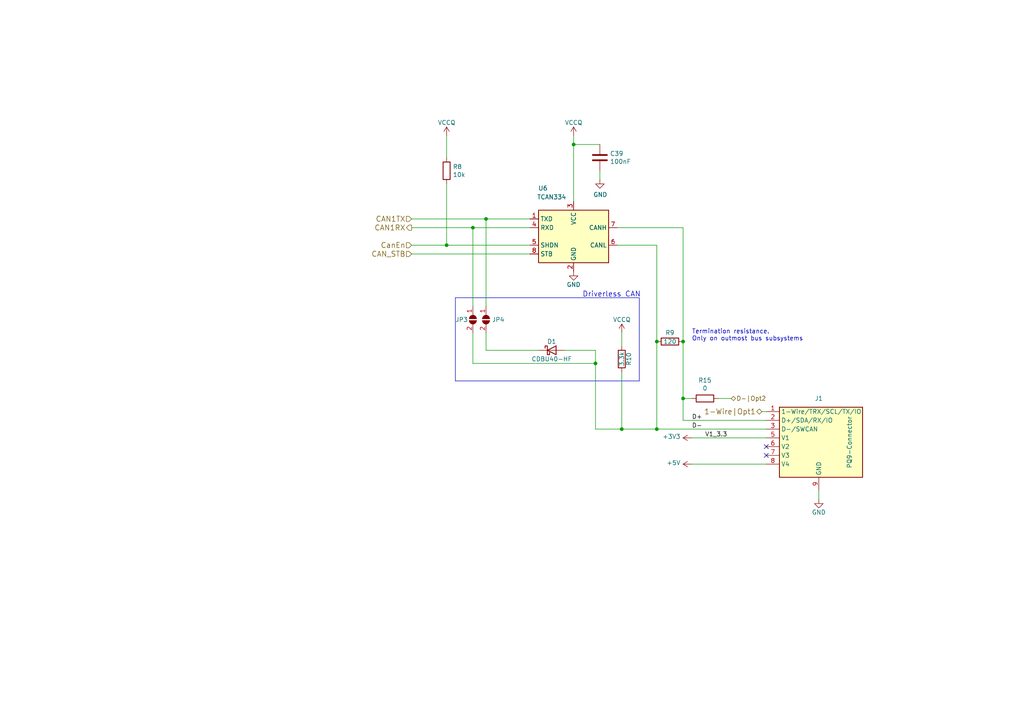
<source format=kicad_sch>
(kicad_sch (version 20230121) (generator eeschema)

  (uuid dfe5d28d-0129-4776-8314-7dd9bac489db)

  (paper "A4")

  (title_block
    (title "PQ9ISH COMMS V/U")
    (date "2022-09-30")
    (rev "${version}")
    (company "Libre Space Foundation")
    (comment 1 " CERN OHLv1.2")
  )

  (lib_symbols
    (symbol "Device:C" (pin_numbers hide) (pin_names (offset 0.254)) (in_bom yes) (on_board yes)
      (property "Reference" "C" (at 0.635 2.54 0)
        (effects (font (size 1.27 1.27)) (justify left))
      )
      (property "Value" "C" (at 0.635 -2.54 0)
        (effects (font (size 1.27 1.27)) (justify left))
      )
      (property "Footprint" "" (at 0.9652 -3.81 0)
        (effects (font (size 1.27 1.27)) hide)
      )
      (property "Datasheet" "~" (at 0 0 0)
        (effects (font (size 1.27 1.27)) hide)
      )
      (property "ki_keywords" "cap capacitor" (at 0 0 0)
        (effects (font (size 1.27 1.27)) hide)
      )
      (property "ki_description" "Unpolarized capacitor" (at 0 0 0)
        (effects (font (size 1.27 1.27)) hide)
      )
      (property "ki_fp_filters" "C_*" (at 0 0 0)
        (effects (font (size 1.27 1.27)) hide)
      )
      (symbol "C_0_1"
        (polyline
          (pts
            (xy -2.032 -0.762)
            (xy 2.032 -0.762)
          )
          (stroke (width 0.508) (type default))
          (fill (type none))
        )
        (polyline
          (pts
            (xy -2.032 0.762)
            (xy 2.032 0.762)
          )
          (stroke (width 0.508) (type default))
          (fill (type none))
        )
      )
      (symbol "C_1_1"
        (pin passive line (at 0 3.81 270) (length 2.794)
          (name "~" (effects (font (size 1.27 1.27))))
          (number "1" (effects (font (size 1.27 1.27))))
        )
        (pin passive line (at 0 -3.81 90) (length 2.794)
          (name "~" (effects (font (size 1.27 1.27))))
          (number "2" (effects (font (size 1.27 1.27))))
        )
      )
    )
    (symbol "Device:R" (pin_numbers hide) (pin_names (offset 0)) (in_bom yes) (on_board yes)
      (property "Reference" "R" (at 2.032 0 90)
        (effects (font (size 1.27 1.27)))
      )
      (property "Value" "R" (at 0 0 90)
        (effects (font (size 1.27 1.27)))
      )
      (property "Footprint" "" (at -1.778 0 90)
        (effects (font (size 1.27 1.27)) hide)
      )
      (property "Datasheet" "~" (at 0 0 0)
        (effects (font (size 1.27 1.27)) hide)
      )
      (property "ki_keywords" "R res resistor" (at 0 0 0)
        (effects (font (size 1.27 1.27)) hide)
      )
      (property "ki_description" "Resistor" (at 0 0 0)
        (effects (font (size 1.27 1.27)) hide)
      )
      (property "ki_fp_filters" "R_*" (at 0 0 0)
        (effects (font (size 1.27 1.27)) hide)
      )
      (symbol "R_0_1"
        (rectangle (start -1.016 -2.54) (end 1.016 2.54)
          (stroke (width 0.254) (type default))
          (fill (type none))
        )
      )
      (symbol "R_1_1"
        (pin passive line (at 0 3.81 270) (length 1.27)
          (name "~" (effects (font (size 1.27 1.27))))
          (number "1" (effects (font (size 1.27 1.27))))
        )
        (pin passive line (at 0 -3.81 90) (length 1.27)
          (name "~" (effects (font (size 1.27 1.27))))
          (number "2" (effects (font (size 1.27 1.27))))
        )
      )
    )
    (symbol "Diode:CDBU40-HF" (pin_numbers hide) (pin_names hide) (in_bom yes) (on_board yes)
      (property "Reference" "D" (at 0 2.54 0)
        (effects (font (size 1.27 1.27)))
      )
      (property "Value" "CDBU40-HF" (at 0 -2.54 0)
        (effects (font (size 1.27 1.27)))
      )
      (property "Footprint" "Diode_SMD:D_0603_1608Metric" (at 0 -4.445 0)
        (effects (font (size 1.27 1.27)) hide)
      )
      (property "Datasheet" "https://www.comchiptech.com/admin/files/product/QW-G1012-CDBU40-HF-RevA321692.pdf" (at 0 0 0)
        (effects (font (size 1.27 1.27)) hide)
      )
      (property "ki_keywords" "diode Schottky" (at 0 0 0)
        (effects (font (size 1.27 1.27)) hide)
      )
      (property "ki_description" "40V 200mA Schottky Barrier Rectifier Diode, 0603" (at 0 0 0)
        (effects (font (size 1.27 1.27)) hide)
      )
      (property "ki_fp_filters" "D*0603*" (at 0 0 0)
        (effects (font (size 1.27 1.27)) hide)
      )
      (symbol "CDBU40-HF_0_1"
        (polyline
          (pts
            (xy 1.27 0)
            (xy -1.27 0)
          )
          (stroke (width 0) (type default))
          (fill (type none))
        )
        (polyline
          (pts
            (xy 1.27 1.27)
            (xy 1.27 -1.27)
            (xy -1.27 0)
            (xy 1.27 1.27)
          )
          (stroke (width 0.254) (type default))
          (fill (type none))
        )
        (polyline
          (pts
            (xy -1.905 0.635)
            (xy -1.905 1.27)
            (xy -1.27 1.27)
            (xy -1.27 -1.27)
            (xy -0.635 -1.27)
            (xy -0.635 -0.635)
          )
          (stroke (width 0.254) (type default))
          (fill (type none))
        )
      )
      (symbol "CDBU40-HF_1_1"
        (pin passive line (at -3.81 0 0) (length 2.54)
          (name "K" (effects (font (size 1.27 1.27))))
          (number "1" (effects (font (size 1.27 1.27))))
        )
        (pin passive line (at 3.81 0 180) (length 2.54)
          (name "A" (effects (font (size 1.27 1.27))))
          (number "2" (effects (font (size 1.27 1.27))))
        )
      )
    )
    (symbol "Interface_CAN_LIN:TCAN334" (in_bom yes) (on_board yes)
      (property "Reference" "U" (at -10.16 8.89 0)
        (effects (font (size 1.27 1.27)) (justify left))
      )
      (property "Value" "TCAN334" (at 2.54 8.89 0)
        (effects (font (size 1.27 1.27)) (justify left))
      )
      (property "Footprint" "" (at 0 -12.7 0)
        (effects (font (size 1.27 1.27) italic) hide)
      )
      (property "Datasheet" "http://www.ti.com/lit/ds/symlink/tcan337.pdf" (at 0 0 0)
        (effects (font (size 1.27 1.27)) hide)
      )
      (property "ki_keywords" "High-Speed CAN Transceiver" (at 0 0 0)
        (effects (font (size 1.27 1.27)) hide)
      )
      (property "ki_description" "High-Speed CAN Transceiver, 1Mbps, 3.3V supply, low power standby mode, shutdown mode, SOT-23-8/SOIC-8" (at 0 0 0)
        (effects (font (size 1.27 1.27)) hide)
      )
      (property "ki_fp_filters" "*TSOT?23* *SOIC*3.9x4.9mm*P1.27mm*" (at 0 0 0)
        (effects (font (size 1.27 1.27)) hide)
      )
      (symbol "TCAN334_0_1"
        (rectangle (start -10.16 7.62) (end 10.16 -7.62)
          (stroke (width 0.254) (type default))
          (fill (type background))
        )
      )
      (symbol "TCAN334_1_1"
        (pin input line (at -12.7 5.08 0) (length 2.54)
          (name "TXD" (effects (font (size 1.27 1.27))))
          (number "1" (effects (font (size 1.27 1.27))))
        )
        (pin power_in line (at 0 -10.16 90) (length 2.54)
          (name "GND" (effects (font (size 1.27 1.27))))
          (number "2" (effects (font (size 1.27 1.27))))
        )
        (pin power_in line (at 0 10.16 270) (length 2.54)
          (name "VCC" (effects (font (size 1.27 1.27))))
          (number "3" (effects (font (size 1.27 1.27))))
        )
        (pin tri_state line (at -12.7 2.54 0) (length 2.54)
          (name "RXD" (effects (font (size 1.27 1.27))))
          (number "4" (effects (font (size 1.27 1.27))))
        )
        (pin input line (at -12.7 -2.54 0) (length 2.54)
          (name "SHDN" (effects (font (size 1.27 1.27))))
          (number "5" (effects (font (size 1.27 1.27))))
        )
        (pin bidirectional line (at 12.7 -2.54 180) (length 2.54)
          (name "CANL" (effects (font (size 1.27 1.27))))
          (number "6" (effects (font (size 1.27 1.27))))
        )
        (pin bidirectional line (at 12.7 2.54 180) (length 2.54)
          (name "CANH" (effects (font (size 1.27 1.27))))
          (number "7" (effects (font (size 1.27 1.27))))
        )
        (pin input line (at -12.7 -5.08 0) (length 2.54)
          (name "STB" (effects (font (size 1.27 1.27))))
          (number "8" (effects (font (size 1.27 1.27))))
        )
      )
    )
    (symbol "Jumper:SolderJumper_2_Open" (pin_names (offset 0) hide) (in_bom yes) (on_board yes)
      (property "Reference" "JP" (at 0 2.032 0)
        (effects (font (size 1.27 1.27)))
      )
      (property "Value" "SolderJumper_2_Open" (at 0 -2.54 0)
        (effects (font (size 1.27 1.27)))
      )
      (property "Footprint" "" (at 0 0 0)
        (effects (font (size 1.27 1.27)) hide)
      )
      (property "Datasheet" "~" (at 0 0 0)
        (effects (font (size 1.27 1.27)) hide)
      )
      (property "ki_keywords" "solder jumper SPST" (at 0 0 0)
        (effects (font (size 1.27 1.27)) hide)
      )
      (property "ki_description" "Solder Jumper, 2-pole, open" (at 0 0 0)
        (effects (font (size 1.27 1.27)) hide)
      )
      (property "ki_fp_filters" "SolderJumper*Open*" (at 0 0 0)
        (effects (font (size 1.27 1.27)) hide)
      )
      (symbol "SolderJumper_2_Open_0_1"
        (arc (start -0.254 1.016) (mid -1.2656 0) (end -0.254 -1.016)
          (stroke (width 0) (type default))
          (fill (type none))
        )
        (arc (start -0.254 1.016) (mid -1.2656 0) (end -0.254 -1.016)
          (stroke (width 0) (type default))
          (fill (type outline))
        )
        (polyline
          (pts
            (xy -0.254 1.016)
            (xy -0.254 -1.016)
          )
          (stroke (width 0) (type default))
          (fill (type none))
        )
        (polyline
          (pts
            (xy 0.254 1.016)
            (xy 0.254 -1.016)
          )
          (stroke (width 0) (type default))
          (fill (type none))
        )
        (arc (start 0.254 -1.016) (mid 1.2656 0) (end 0.254 1.016)
          (stroke (width 0) (type default))
          (fill (type none))
        )
        (arc (start 0.254 -1.016) (mid 1.2656 0) (end 0.254 1.016)
          (stroke (width 0) (type default))
          (fill (type outline))
        )
      )
      (symbol "SolderJumper_2_Open_1_1"
        (pin passive line (at -3.81 0 0) (length 2.54)
          (name "A" (effects (font (size 1.27 1.27))))
          (number "1" (effects (font (size 1.27 1.27))))
        )
        (pin passive line (at 3.81 0 180) (length 2.54)
          (name "B" (effects (font (size 1.27 1.27))))
          (number "2" (effects (font (size 1.27 1.27))))
        )
      )
    )
    (symbol "lsf-kicad:PQ9ISH-Connector" (in_bom yes) (on_board yes)
      (property "Reference" "J" (at -10.16 11.43 0)
        (effects (font (size 1.27 1.27)))
      )
      (property "Value" "PQ9ISH-Connector" (at 3.81 11.43 0)
        (effects (font (size 1.27 1.27)))
      )
      (property "Footprint" "lsf-kicad-lib:PQ9" (at -2.54 -11.43 0)
        (effects (font (size 1.27 1.27)) hide)
      )
      (property "Datasheet" "https://libre.space/pq9ish" (at 15.24 -15.24 0)
        (effects (font (size 1.27 1.27)) hide)
      )
      (property "ki_keywords" "PQ9 pocketcube" (at 0 0 0)
        (effects (font (size 1.27 1.27)) hide)
      )
      (property "ki_description" "Pocket Cube template for PQ9ISH format" (at 0 0 0)
        (effects (font (size 1.27 1.27)) hide)
      )
      (property "ki_fp_filters" "PQ9*" (at 0 0 0)
        (effects (font (size 1.27 1.27)) hide)
      )
      (symbol "PQ9ISH-Connector_0_1"
        (rectangle (start -11.43 10.16) (end 12.7 -10.16)
          (stroke (width 0.254) (type default))
          (fill (type background))
        )
      )
      (symbol "PQ9ISH-Connector_1_1"
        (pin bidirectional line (at -15.24 8.89 0) (length 3.81)
          (name "1-Wire/TRX/SCL/TX/IO" (effects (font (size 1.27 1.27))))
          (number "1" (effects (font (size 1.27 1.27))))
        )
        (pin bidirectional line (at -15.24 6.35 0) (length 3.81)
          (name "D+/SDA/RX/IO" (effects (font (size 1.27 1.27))))
          (number "2" (effects (font (size 1.27 1.27))))
        )
        (pin bidirectional line (at -15.24 3.81 0) (length 3.81)
          (name "D-/SWCAN" (effects (font (size 1.27 1.27))))
          (number "3" (effects (font (size 1.27 1.27))))
        )
        (pin passive line (at 0 -13.97 90) (length 3.81) hide
          (name "GND" (effects (font (size 1.27 1.27))))
          (number "4" (effects (font (size 1.27 1.27))))
        )
        (pin power_out line (at -15.24 1.27 0) (length 3.81)
          (name "V1" (effects (font (size 1.27 1.27))))
          (number "5" (effects (font (size 1.27 1.27))))
        )
        (pin power_out line (at -15.24 -1.27 0) (length 3.81)
          (name "V2" (effects (font (size 1.27 1.27))))
          (number "6" (effects (font (size 1.27 1.27))))
        )
        (pin power_out line (at -15.24 -3.81 0) (length 3.81)
          (name "V3" (effects (font (size 1.27 1.27))))
          (number "7" (effects (font (size 1.27 1.27))))
        )
        (pin power_out line (at -15.24 -6.35 0) (length 3.81)
          (name "V4" (effects (font (size 1.27 1.27))))
          (number "8" (effects (font (size 1.27 1.27))))
        )
        (pin power_in line (at 0 -13.97 90) (length 3.81)
          (name "GND" (effects (font (size 1.27 1.27))))
          (number "9" (effects (font (size 1.27 1.27))))
        )
      )
    )
    (symbol "power:+3.3V" (power) (pin_names (offset 0)) (in_bom yes) (on_board yes)
      (property "Reference" "#PWR" (at 0 -3.81 0)
        (effects (font (size 1.27 1.27)) hide)
      )
      (property "Value" "+3.3V" (at 0 3.556 0)
        (effects (font (size 1.27 1.27)))
      )
      (property "Footprint" "" (at 0 0 0)
        (effects (font (size 1.27 1.27)) hide)
      )
      (property "Datasheet" "" (at 0 0 0)
        (effects (font (size 1.27 1.27)) hide)
      )
      (property "ki_keywords" "power-flag" (at 0 0 0)
        (effects (font (size 1.27 1.27)) hide)
      )
      (property "ki_description" "Power symbol creates a global label with name \"+3.3V\"" (at 0 0 0)
        (effects (font (size 1.27 1.27)) hide)
      )
      (symbol "+3.3V_0_1"
        (polyline
          (pts
            (xy -0.762 1.27)
            (xy 0 2.54)
          )
          (stroke (width 0) (type default))
          (fill (type none))
        )
        (polyline
          (pts
            (xy 0 0)
            (xy 0 2.54)
          )
          (stroke (width 0) (type default))
          (fill (type none))
        )
        (polyline
          (pts
            (xy 0 2.54)
            (xy 0.762 1.27)
          )
          (stroke (width 0) (type default))
          (fill (type none))
        )
      )
      (symbol "+3.3V_1_1"
        (pin power_in line (at 0 0 90) (length 0) hide
          (name "+3V3" (effects (font (size 1.27 1.27))))
          (number "1" (effects (font (size 1.27 1.27))))
        )
      )
    )
    (symbol "power:+5V" (power) (pin_names (offset 0)) (in_bom yes) (on_board yes)
      (property "Reference" "#PWR" (at 0 -3.81 0)
        (effects (font (size 1.27 1.27)) hide)
      )
      (property "Value" "+5V" (at 0 3.556 0)
        (effects (font (size 1.27 1.27)))
      )
      (property "Footprint" "" (at 0 0 0)
        (effects (font (size 1.27 1.27)) hide)
      )
      (property "Datasheet" "" (at 0 0 0)
        (effects (font (size 1.27 1.27)) hide)
      )
      (property "ki_keywords" "power-flag" (at 0 0 0)
        (effects (font (size 1.27 1.27)) hide)
      )
      (property "ki_description" "Power symbol creates a global label with name \"+5V\"" (at 0 0 0)
        (effects (font (size 1.27 1.27)) hide)
      )
      (symbol "+5V_0_1"
        (polyline
          (pts
            (xy -0.762 1.27)
            (xy 0 2.54)
          )
          (stroke (width 0) (type default))
          (fill (type none))
        )
        (polyline
          (pts
            (xy 0 0)
            (xy 0 2.54)
          )
          (stroke (width 0) (type default))
          (fill (type none))
        )
        (polyline
          (pts
            (xy 0 2.54)
            (xy 0.762 1.27)
          )
          (stroke (width 0) (type default))
          (fill (type none))
        )
      )
      (symbol "+5V_1_1"
        (pin power_in line (at 0 0 90) (length 0) hide
          (name "+5V" (effects (font (size 1.27 1.27))))
          (number "1" (effects (font (size 1.27 1.27))))
        )
      )
    )
    (symbol "power:GND" (power) (pin_names (offset 0)) (in_bom yes) (on_board yes)
      (property "Reference" "#PWR" (at 0 -6.35 0)
        (effects (font (size 1.27 1.27)) hide)
      )
      (property "Value" "GND" (at 0 -3.81 0)
        (effects (font (size 1.27 1.27)))
      )
      (property "Footprint" "" (at 0 0 0)
        (effects (font (size 1.27 1.27)) hide)
      )
      (property "Datasheet" "" (at 0 0 0)
        (effects (font (size 1.27 1.27)) hide)
      )
      (property "ki_keywords" "power-flag" (at 0 0 0)
        (effects (font (size 1.27 1.27)) hide)
      )
      (property "ki_description" "Power symbol creates a global label with name \"GND\" , ground" (at 0 0 0)
        (effects (font (size 1.27 1.27)) hide)
      )
      (symbol "GND_0_1"
        (polyline
          (pts
            (xy 0 0)
            (xy 0 -1.27)
            (xy 1.27 -1.27)
            (xy 0 -2.54)
            (xy -1.27 -1.27)
            (xy 0 -1.27)
          )
          (stroke (width 0) (type default))
          (fill (type none))
        )
      )
      (symbol "GND_1_1"
        (pin power_in line (at 0 0 270) (length 0) hide
          (name "GND" (effects (font (size 1.27 1.27))))
          (number "1" (effects (font (size 1.27 1.27))))
        )
      )
    )
    (symbol "power:VCCQ" (power) (pin_names (offset 0)) (in_bom yes) (on_board yes)
      (property "Reference" "#PWR" (at 0 -3.81 0)
        (effects (font (size 1.27 1.27)) hide)
      )
      (property "Value" "VCCQ" (at 0 3.81 0)
        (effects (font (size 1.27 1.27)))
      )
      (property "Footprint" "" (at 0 0 0)
        (effects (font (size 1.27 1.27)) hide)
      )
      (property "Datasheet" "" (at 0 0 0)
        (effects (font (size 1.27 1.27)) hide)
      )
      (property "ki_keywords" "power-flag" (at 0 0 0)
        (effects (font (size 1.27 1.27)) hide)
      )
      (property "ki_description" "Power symbol creates a global label with name \"VCCQ\"" (at 0 0 0)
        (effects (font (size 1.27 1.27)) hide)
      )
      (symbol "VCCQ_0_1"
        (polyline
          (pts
            (xy -0.762 1.27)
            (xy 0 2.54)
          )
          (stroke (width 0) (type default))
          (fill (type none))
        )
        (polyline
          (pts
            (xy 0 0)
            (xy 0 2.54)
          )
          (stroke (width 0) (type default))
          (fill (type none))
        )
        (polyline
          (pts
            (xy 0 2.54)
            (xy 0.762 1.27)
          )
          (stroke (width 0) (type default))
          (fill (type none))
        )
      )
      (symbol "VCCQ_1_1"
        (pin power_in line (at 0 0 90) (length 0) hide
          (name "VCCQ" (effects (font (size 1.27 1.27))))
          (number "1" (effects (font (size 1.27 1.27))))
        )
      )
    )
  )

  (junction (at 198.12 115.57) (diameter 0) (color 0 0 0 0)
    (uuid 08ffa6d9-5e44-40e7-9749-f59043565cd0)
  )
  (junction (at 190.5 99.06) (diameter 0) (color 0 0 0 0)
    (uuid 13fc1f9f-0d79-42aa-881c-41474cd34a67)
  )
  (junction (at 166.37 41.91) (diameter 0) (color 0 0 0 0)
    (uuid 1af71931-2836-499b-8f5d-f5664fffd9ce)
  )
  (junction (at 180.34 124.46) (diameter 0) (color 0 0 0 0)
    (uuid 1cc89d4d-33e8-4c4b-8fb4-d7a942988659)
  )
  (junction (at 140.97 63.5) (diameter 0) (color 0 0 0 0)
    (uuid 37e89cc5-8d53-451d-86a1-32452ed154e3)
  )
  (junction (at 172.72 105.41) (diameter 0) (color 0 0 0 0)
    (uuid bebee2c4-91b1-4371-8561-98a2e612243d)
  )
  (junction (at 198.12 99.06) (diameter 0) (color 0 0 0 0)
    (uuid ca19a4f6-6993-4f83-b47e-8b1191622b81)
  )
  (junction (at 190.5 124.46) (diameter 0) (color 0 0 0 0)
    (uuid f69a8976-766b-42ba-877f-cbeb447486fe)
  )
  (junction (at 137.16 66.04) (diameter 0) (color 0 0 0 0)
    (uuid f74cffc4-6847-4b0d-99ce-48bfdb543832)
  )
  (junction (at 129.54 71.12) (diameter 0) (color 0 0 0 0)
    (uuid fac1fde8-9d16-4a35-ab7d-3bb540628b38)
  )

  (no_connect (at 222.25 129.54) (uuid 12acf62f-b507-4754-9d2c-af2cbe9d2877))
  (no_connect (at 222.25 132.08) (uuid 9ff720c3-3955-4728-863a-85c3af0f8d1c))

  (wire (pts (xy 137.16 96.52) (xy 137.16 105.41))
    (stroke (width 0) (type default))
    (uuid 095d0472-1251-44a7-8606-df803e265b46)
  )
  (wire (pts (xy 179.07 66.04) (xy 198.12 66.04))
    (stroke (width 0) (type default))
    (uuid 10d4af41-30b9-4c35-af99-c927db3c2099)
  )
  (wire (pts (xy 200.66 127) (xy 222.25 127))
    (stroke (width 0) (type default))
    (uuid 19aa049c-6d0d-4bc3-bcde-fb865e27757a)
  )
  (wire (pts (xy 129.54 45.72) (xy 129.54 39.37))
    (stroke (width 0) (type default))
    (uuid 23ca412f-8cbe-4d4e-92f4-fab2c5fe6a41)
  )
  (polyline (pts (xy 132.08 86.36) (xy 185.42 86.36))
    (stroke (width 0) (type default))
    (uuid 2e510882-c33f-4550-80c1-d5b82ba2f41b)
  )

  (wire (pts (xy 198.12 115.57) (xy 198.12 121.92))
    (stroke (width 0) (type default))
    (uuid 3534e1ec-1374-409e-b591-24be5ed58529)
  )
  (wire (pts (xy 173.99 52.07) (xy 173.99 49.53))
    (stroke (width 0) (type default))
    (uuid 388a30b2-10c5-4cd4-a612-4fa485ceb6c0)
  )
  (polyline (pts (xy 132.08 110.49) (xy 132.08 86.36))
    (stroke (width 0) (type default))
    (uuid 39e4322c-643f-4adc-9041-9e0971a7506b)
  )

  (wire (pts (xy 119.38 71.12) (xy 129.54 71.12))
    (stroke (width 0) (type default))
    (uuid 3fb5e4ba-e8bf-478a-8c11-4c3fbeb16af2)
  )
  (wire (pts (xy 198.12 121.92) (xy 222.25 121.92))
    (stroke (width 0) (type default))
    (uuid 3ff07d1c-7a6c-4a81-a723-c2f59707d1bc)
  )
  (wire (pts (xy 179.07 71.12) (xy 190.5 71.12))
    (stroke (width 0) (type default))
    (uuid 405c6e36-b9bf-40f2-8f3a-5d8b5cc6d5d1)
  )
  (wire (pts (xy 137.16 66.04) (xy 137.16 88.9))
    (stroke (width 0) (type default))
    (uuid 4649cb4c-ce5c-4b34-91bc-44578b526d9d)
  )
  (wire (pts (xy 140.97 101.6) (xy 140.97 96.52))
    (stroke (width 0) (type default))
    (uuid 5002e4a4-3a7b-4d19-887c-d4c50abfa14a)
  )
  (wire (pts (xy 172.72 101.6) (xy 172.72 105.41))
    (stroke (width 0) (type default))
    (uuid 50051aed-8a99-4c07-b110-45c23eaf4b0a)
  )
  (wire (pts (xy 180.34 107.95) (xy 180.34 124.46))
    (stroke (width 0) (type default))
    (uuid 55a11abf-17fc-46e6-937b-7aa09a058edc)
  )
  (wire (pts (xy 173.99 41.91) (xy 166.37 41.91))
    (stroke (width 0) (type default))
    (uuid 5b8802d5-258e-47d9-890c-2e7b2f045867)
  )
  (wire (pts (xy 119.38 73.66) (xy 153.67 73.66))
    (stroke (width 0) (type default))
    (uuid 712d22c9-cbbc-4aba-9cef-86920a5ffb30)
  )
  (wire (pts (xy 190.5 99.06) (xy 190.5 124.46))
    (stroke (width 0) (type default))
    (uuid 7246ba6d-e877-4b12-9fcc-5d3bf873cd07)
  )
  (polyline (pts (xy 185.42 86.36) (xy 185.42 110.49))
    (stroke (width 0) (type default))
    (uuid 754059de-319a-406e-89aa-e7a5f2bbd9c8)
  )

  (wire (pts (xy 212.09 115.57) (xy 208.28 115.57))
    (stroke (width 0) (type default))
    (uuid 78bebfce-c936-44d2-b188-ab28867cb829)
  )
  (wire (pts (xy 190.5 71.12) (xy 190.5 99.06))
    (stroke (width 0) (type default))
    (uuid 7c63c872-9984-412b-812d-b06090abeb8d)
  )
  (wire (pts (xy 198.12 99.06) (xy 198.12 115.57))
    (stroke (width 0) (type default))
    (uuid 804ed24b-2be1-48e3-9745-84592ee3c238)
  )
  (wire (pts (xy 140.97 88.9) (xy 140.97 63.5))
    (stroke (width 0) (type default))
    (uuid 89dbffd0-83bb-4448-b26b-ea3f04be16bb)
  )
  (wire (pts (xy 140.97 63.5) (xy 153.67 63.5))
    (stroke (width 0) (type default))
    (uuid 97122e66-73fa-4a08-9659-3ce5930c0744)
  )
  (wire (pts (xy 190.5 124.46) (xy 222.25 124.46))
    (stroke (width 0) (type default))
    (uuid 992f2b85-7ff4-4452-b447-f099ba96aedc)
  )
  (wire (pts (xy 200.66 115.57) (xy 198.12 115.57))
    (stroke (width 0) (type default))
    (uuid 99a20842-cb30-4bd0-8281-aa7fe66cec3f)
  )
  (wire (pts (xy 200.66 134.62) (xy 222.25 134.62))
    (stroke (width 0) (type default))
    (uuid aefc0e34-ded1-45b2-a7b4-98f7c15ab88b)
  )
  (wire (pts (xy 129.54 71.12) (xy 153.67 71.12))
    (stroke (width 0) (type default))
    (uuid b837aa94-a0a2-409a-a571-f1bd0940fcd4)
  )
  (wire (pts (xy 180.34 124.46) (xy 190.5 124.46))
    (stroke (width 0) (type default))
    (uuid b89a806d-0dfc-4032-9385-60851bb390c0)
  )
  (wire (pts (xy 137.16 66.04) (xy 153.67 66.04))
    (stroke (width 0) (type default))
    (uuid c2c7cdd9-a019-4183-8950-0dd0d38535e8)
  )
  (wire (pts (xy 180.34 96.52) (xy 180.34 100.33))
    (stroke (width 0) (type default))
    (uuid c2e473a8-49ce-424f-a82a-3e98c2db6b97)
  )
  (wire (pts (xy 237.49 144.78) (xy 237.49 142.24))
    (stroke (width 0) (type default))
    (uuid c333c9b2-3812-4dcf-a911-bc48f60d279e)
  )
  (wire (pts (xy 119.38 66.04) (xy 137.16 66.04))
    (stroke (width 0) (type default))
    (uuid c440039e-fa53-4bb9-836b-39b4d6162957)
  )
  (wire (pts (xy 137.16 105.41) (xy 172.72 105.41))
    (stroke (width 0) (type default))
    (uuid c4fddacf-d331-4eaf-b9e9-7264de2f1c91)
  )
  (wire (pts (xy 220.98 119.38) (xy 222.25 119.38))
    (stroke (width 0) (type default))
    (uuid c531cc82-817b-4bdc-8cbe-5af1ed0ca86c)
  )
  (wire (pts (xy 166.37 41.91) (xy 166.37 58.42))
    (stroke (width 0) (type default))
    (uuid cd1987e2-d9f5-496a-9fb5-93ebb07093b3)
  )
  (wire (pts (xy 198.12 66.04) (xy 198.12 99.06))
    (stroke (width 0) (type default))
    (uuid d3212044-db8b-4a7d-adb4-517ec6d6a756)
  )
  (wire (pts (xy 156.21 101.6) (xy 140.97 101.6))
    (stroke (width 0) (type default))
    (uuid d4579097-81fa-4fe4-b9d6-229915a175fd)
  )
  (wire (pts (xy 172.72 105.41) (xy 172.72 124.46))
    (stroke (width 0) (type default))
    (uuid d5c06f63-27cf-4b8f-94fb-b29554275860)
  )
  (wire (pts (xy 163.83 101.6) (xy 172.72 101.6))
    (stroke (width 0) (type default))
    (uuid d76e7028-4e96-45ea-be24-adcc07a25225)
  )
  (polyline (pts (xy 185.42 110.49) (xy 132.08 110.49))
    (stroke (width 0) (type default))
    (uuid de1393f8-7c82-42dd-a707-3cd8726b2b47)
  )

  (wire (pts (xy 129.54 71.12) (xy 129.54 53.34))
    (stroke (width 0) (type default))
    (uuid de619d92-a3c6-4574-b601-f950b8effb4e)
  )
  (wire (pts (xy 166.37 39.37) (xy 166.37 41.91))
    (stroke (width 0) (type default))
    (uuid e7f8552d-97e6-4f5c-8b3a-61e0f7b77b3b)
  )
  (wire (pts (xy 119.38 63.5) (xy 140.97 63.5))
    (stroke (width 0) (type default))
    (uuid e8e8199a-010d-4b0e-bb31-10adca1fd26a)
  )
  (wire (pts (xy 172.72 124.46) (xy 180.34 124.46))
    (stroke (width 0) (type default))
    (uuid e9d6d50e-d7a6-4dc8-bf1d-53a8a1345852)
  )

  (text "Driverless CAN" (at 168.91 86.36 0)
    (effects (font (size 1.524 1.524)) (justify left bottom))
    (uuid a01debd7-4597-4df7-af77-91038b703791)
  )
  (text "Termination resistance.\nOnly on outmost bus subsystems"
    (at 200.66 99.06 0)
    (effects (font (size 1.27 1.27)) (justify left bottom))
    (uuid a14a7b3e-8251-4138-a5f1-c4f928d378b3)
  )

  (label "D-" (at 200.66 124.46 0) (fields_autoplaced)
    (effects (font (size 1.27 1.27)) (justify left bottom))
    (uuid 3f2e007e-0ae2-40c3-b317-7e4c6b1c4f0c)
  )
  (label "V1_3.3" (at 204.47 127 0) (fields_autoplaced)
    (effects (font (size 1.27 1.27)) (justify left bottom))
    (uuid 93b2b595-77e5-4e1c-9f56-383d1aef6305)
  )
  (label "D+" (at 200.66 121.92 0) (fields_autoplaced)
    (effects (font (size 1.27 1.27)) (justify left bottom))
    (uuid ab033969-a531-464b-8aad-437359a37e9a)
  )

  (hierarchical_label "CAN1TX" (shape input) (at 119.38 63.5 180) (fields_autoplaced)
    (effects (font (size 1.524 1.524)) (justify right))
    (uuid 5d22b85b-0c2e-4dd2-9f3b-1a2ac284b807)
  )
  (hierarchical_label "1-Wire|Opt1" (shape bidirectional) (at 220.98 119.38 180) (fields_autoplaced)
    (effects (font (size 1.524 1.524)) (justify right))
    (uuid 68e25a82-1a08-4a93-a4cc-b6f38daed14b)
  )
  (hierarchical_label "CAN_STB" (shape input) (at 119.38 73.66 180) (fields_autoplaced)
    (effects (font (size 1.524 1.524)) (justify right))
    (uuid 72a40f91-a0fd-4772-8db4-e9938970d0b0)
  )
  (hierarchical_label "CanEn" (shape input) (at 119.38 71.12 180) (fields_autoplaced)
    (effects (font (size 1.524 1.524)) (justify right))
    (uuid 9a089686-2faa-40af-8381-0f80f566d0bf)
  )
  (hierarchical_label "CAN1RX" (shape output) (at 119.38 66.04 180) (fields_autoplaced)
    (effects (font (size 1.524 1.524)) (justify right))
    (uuid baa09482-b659-451f-b314-600b2b26acf6)
  )
  (hierarchical_label "D-|Opt2" (shape bidirectional) (at 212.09 115.57 0) (fields_autoplaced)
    (effects (font (size 1.27 1.27)) (justify left))
    (uuid c9c658ea-3f94-4409-a1b6-6251f471516d)
  )

  (symbol (lib_id "lsf-kicad:PQ9ISH-Connector") (at 237.49 128.27 0) (unit 1)
    (in_bom yes) (on_board yes) (dnp no)
    (uuid 00000000-0000-0000-0000-00005a2897bb)
    (property "Reference" "J1" (at 237.49 115.57 0)
      (effects (font (size 1.27 1.27)))
    )
    (property "Value" "PQ9-Connector" (at 246.38 128.27 90)
      (effects (font (size 1.27 1.27)))
    )
    (property "Footprint" "Connector_PinSocket_2.00mm:PinSocket_1x09_P2.00mm_Vertical" (at 237.49 128.27 0)
      (effects (font (size 1.27 1.27)) hide)
    )
    (property "Datasheet" "" (at 237.49 128.27 0)
      (effects (font (size 1.27 1.27)) hide)
    )
    (property "Part Number" "SQT-109-03-LS" (at 237.49 128.27 0)
      (effects (font (size 1.27 1.27)) hide)
    )
    (pin "1" (uuid 6f41a2be-aa89-4155-b600-cbc4479c900f))
    (pin "2" (uuid 1194eca0-ca77-438e-91e5-dcc0bef9232f))
    (pin "3" (uuid 767ecc82-9c6d-43ae-9d7a-8113a280144b))
    (pin "4" (uuid 2e33d52b-af16-4940-80bf-0925f9ee501a))
    (pin "5" (uuid 75baadd2-9b14-4294-814b-b0e4becc7f0e))
    (pin "6" (uuid 521b32b7-435d-406a-b650-6a253f604737))
    (pin "7" (uuid 0da950cf-6c11-48c7-b700-66a01c86a2c1))
    (pin "8" (uuid 59a8f46f-efbb-45a9-9a80-1e94d3f58c17))
    (pin "9" (uuid 5fb3f9fc-d534-4763-aa2e-6e650eca9cc0))
    (instances
      (project "NEW_PCB_ADCS"
        (path "/42c40d7d-71af-4ce9-bac9-d638f259c957/00000000-0000-0000-0000-00005a289551"
          (reference "J1") (unit 1)
        )
      )
      (project "pq9ish-main-hw"
        (path "/619b49ed-1bcd-4c84-8c0f-98372f01728f/00000000-0000-0000-0000-00005a289551"
          (reference "J1") (unit 1)
        )
      )
    )
  )

  (symbol (lib_id "power:GND") (at 237.49 144.78 0) (unit 1)
    (in_bom yes) (on_board yes) (dnp no)
    (uuid 00000000-0000-0000-0000-00005a289804)
    (property "Reference" "#PWR038" (at 237.49 151.13 0)
      (effects (font (size 1.27 1.27)) hide)
    )
    (property "Value" "GND" (at 237.49 148.59 0)
      (effects (font (size 1.27 1.27)))
    )
    (property "Footprint" "" (at 237.49 144.78 0)
      (effects (font (size 1.27 1.27)) hide)
    )
    (property "Datasheet" "" (at 237.49 144.78 0)
      (effects (font (size 1.27 1.27)) hide)
    )
    (pin "1" (uuid d60e1013-f31c-44b4-81b7-bd40274f686b))
    (instances
      (project "NEW_PCB_ADCS"
        (path "/42c40d7d-71af-4ce9-bac9-d638f259c957/00000000-0000-0000-0000-00005a289551"
          (reference "#PWR038") (unit 1)
        )
      )
      (project "pq9ish-main-hw"
        (path "/619b49ed-1bcd-4c84-8c0f-98372f01728f/00000000-0000-0000-0000-00005a289551"
          (reference "#PWR038") (unit 1)
        )
      )
    )
  )

  (symbol (lib_id "power:GND") (at 166.37 78.74 0) (unit 1)
    (in_bom yes) (on_board yes) (dnp no)
    (uuid 00000000-0000-0000-0000-00005a7b673e)
    (property "Reference" "#PWR039" (at 166.37 85.09 0)
      (effects (font (size 1.27 1.27)) hide)
    )
    (property "Value" "GND" (at 166.37 82.55 0)
      (effects (font (size 1.27 1.27)))
    )
    (property "Footprint" "" (at 166.37 78.74 0)
      (effects (font (size 1.27 1.27)) hide)
    )
    (property "Datasheet" "" (at 166.37 78.74 0)
      (effects (font (size 1.27 1.27)) hide)
    )
    (pin "1" (uuid 33af68cb-f3fe-45d8-9b4a-28954532d880))
    (instances
      (project "NEW_PCB_ADCS"
        (path "/42c40d7d-71af-4ce9-bac9-d638f259c957/00000000-0000-0000-0000-00005a289551"
          (reference "#PWR039") (unit 1)
        )
      )
      (project "pq9ish-main-hw"
        (path "/619b49ed-1bcd-4c84-8c0f-98372f01728f/00000000-0000-0000-0000-00005a289551"
          (reference "#PWR039") (unit 1)
        )
      )
    )
  )

  (symbol (lib_id "Diode:CDBU40-HF") (at 160.02 101.6 0) (unit 1)
    (in_bom yes) (on_board yes) (dnp no)
    (uuid 00000000-0000-0000-0000-00005a7bb63e)
    (property "Reference" "D1" (at 160.02 99.06 0)
      (effects (font (size 1.27 1.27)))
    )
    (property "Value" "CDBU40-HF" (at 160.02 104.14 0)
      (effects (font (size 1.27 1.27)))
    )
    (property "Footprint" "Diode_SMD:D_0603_1608Metric" (at 160.02 106.045 0)
      (effects (font (size 1.27 1.27)) hide)
    )
    (property "Datasheet" "https://www.comchiptech.com/admin/files/product/QW-G1012-CDBU40-HF-RevA321692.pdf" (at 160.02 101.6 0)
      (effects (font (size 1.27 1.27)) hide)
    )
    (property "Part Number" "CDBU40-HF" (at 0 203.2 0)
      (effects (font (size 1.27 1.27)) hide)
    )
    (property "Variant" "SingleCAN" (at 160.02 101.6 0)
      (effects (font (size 1.27 1.27)) hide)
    )
    (pin "1" (uuid 1a18f860-586a-4f14-9346-2a8fd62cc432))
    (pin "2" (uuid 1ec03573-5f53-4955-82c9-174a45fbf1b9))
    (instances
      (project "NEW_PCB_ADCS"
        (path "/42c40d7d-71af-4ce9-bac9-d638f259c957/00000000-0000-0000-0000-00005a289551"
          (reference "D1") (unit 1)
        )
      )
      (project "pq9ish-main-hw"
        (path "/619b49ed-1bcd-4c84-8c0f-98372f01728f/00000000-0000-0000-0000-00005a289551"
          (reference "D1") (unit 1)
        )
      )
    )
  )

  (symbol (lib_id "Jumper:SolderJumper_2_Open") (at 140.97 92.71 270) (unit 1)
    (in_bom no) (on_board yes) (dnp no)
    (uuid 00000000-0000-0000-0000-00005a7bb9dd)
    (property "Reference" "JP4" (at 142.6972 92.71 90)
      (effects (font (size 1.27 1.27)) (justify left))
    )
    (property "Value" "SolderJumper_2_Open" (at 142.6972 93.853 90)
      (effects (font (size 1.27 1.27)) (justify left) hide)
    )
    (property "Footprint" "Jumper:SolderJumper-2_P1.3mm_Open_Pad1.0x1.5mm" (at 140.97 90.932 90)
      (effects (font (size 1.27 1.27)) hide)
    )
    (property "Datasheet" "~" (at 140.97 92.71 0)
      (effects (font (size 1.27 1.27)) hide)
    )
    (pin "1" (uuid dbafeb5e-e9d3-4a3d-84a1-f59f341e7952))
    (pin "2" (uuid d5c77eb7-d82d-441f-91ef-5f87b5eb65c1))
    (instances
      (project "NEW_PCB_ADCS"
        (path "/42c40d7d-71af-4ce9-bac9-d638f259c957/00000000-0000-0000-0000-00005a289551"
          (reference "JP4") (unit 1)
        )
      )
      (project "pq9ish-main-hw"
        (path "/619b49ed-1bcd-4c84-8c0f-98372f01728f/00000000-0000-0000-0000-00005a289551"
          (reference "JP4") (unit 1)
        )
      )
    )
  )

  (symbol (lib_id "Jumper:SolderJumper_2_Open") (at 137.16 92.71 270) (unit 1)
    (in_bom no) (on_board yes) (dnp no)
    (uuid 00000000-0000-0000-0000-00005a7bba5a)
    (property "Reference" "JP3" (at 132.08 92.71 90)
      (effects (font (size 1.27 1.27)) (justify left))
    )
    (property "Value" "SolderJumper_2_Open" (at 138.8872 93.853 90)
      (effects (font (size 1.27 1.27)) (justify left) hide)
    )
    (property "Footprint" "Jumper:SolderJumper-2_P1.3mm_Open_Pad1.0x1.5mm" (at 137.16 90.932 90)
      (effects (font (size 1.27 1.27)) hide)
    )
    (property "Datasheet" "~" (at 137.16 92.71 0)
      (effects (font (size 1.27 1.27)) hide)
    )
    (pin "1" (uuid 0dad910c-0bbf-4291-abee-cbea2960db2c))
    (pin "2" (uuid 733be8f1-198e-42cc-b60b-7da5280a5d73))
    (instances
      (project "NEW_PCB_ADCS"
        (path "/42c40d7d-71af-4ce9-bac9-d638f259c957/00000000-0000-0000-0000-00005a289551"
          (reference "JP3") (unit 1)
        )
      )
      (project "pq9ish-main-hw"
        (path "/619b49ed-1bcd-4c84-8c0f-98372f01728f/00000000-0000-0000-0000-00005a289551"
          (reference "JP3") (unit 1)
        )
      )
    )
  )

  (symbol (lib_id "Device:R") (at 180.34 104.14 0) (unit 1)
    (in_bom yes) (on_board yes) (dnp no)
    (uuid 00000000-0000-0000-0000-00005a7be651)
    (property "Reference" "R10" (at 182.372 104.14 90)
      (effects (font (size 1.27 1.27)))
    )
    (property "Value" "3.3k" (at 180.34 104.14 90)
      (effects (font (size 1.27 1.27)))
    )
    (property "Footprint" "Resistor_SMD:R_0603_1608Metric_Pad1.05x0.95mm_HandSolder" (at 178.562 104.14 90)
      (effects (font (size 1.27 1.27)) hide)
    )
    (property "Datasheet" "" (at 180.34 104.14 0)
      (effects (font (size 1.27 1.27)) hide)
    )
    (property "Part Number" "MCT06030C3301FP500" (at 0 208.28 0)
      (effects (font (size 1.27 1.27)) hide)
    )
    (property "Variant" "SingleCAN" (at 180.34 104.14 90)
      (effects (font (size 1.27 1.27)) hide)
    )
    (pin "1" (uuid 2a790010-b4f0-43c8-b823-17051303debd))
    (pin "2" (uuid 4da910b9-0d90-4895-966c-e67d6e87050b))
    (instances
      (project "NEW_PCB_ADCS"
        (path "/42c40d7d-71af-4ce9-bac9-d638f259c957/00000000-0000-0000-0000-00005a289551"
          (reference "R10") (unit 1)
        )
      )
      (project "pq9ish-main-hw"
        (path "/619b49ed-1bcd-4c84-8c0f-98372f01728f/00000000-0000-0000-0000-00005a289551"
          (reference "R10") (unit 1)
        )
      )
    )
  )

  (symbol (lib_id "power:VCCQ") (at 166.37 39.37 0) (unit 1)
    (in_bom yes) (on_board yes) (dnp no)
    (uuid 00000000-0000-0000-0000-00005a876e7f)
    (property "Reference" "#PWR046" (at 166.37 43.18 0)
      (effects (font (size 1.27 1.27)) hide)
    )
    (property "Value" "VCCQ" (at 166.37 35.56 0)
      (effects (font (size 1.27 1.27)))
    )
    (property "Footprint" "" (at 166.37 39.37 0)
      (effects (font (size 1.27 1.27)) hide)
    )
    (property "Datasheet" "" (at 166.37 39.37 0)
      (effects (font (size 1.27 1.27)) hide)
    )
    (pin "1" (uuid 44764ebe-945a-44c2-a16b-f9b6874a3a4d))
    (instances
      (project "NEW_PCB_ADCS"
        (path "/42c40d7d-71af-4ce9-bac9-d638f259c957/00000000-0000-0000-0000-00005a289551"
          (reference "#PWR046") (unit 1)
        )
      )
      (project "pq9ish-main-hw"
        (path "/619b49ed-1bcd-4c84-8c0f-98372f01728f/00000000-0000-0000-0000-00005a289551"
          (reference "#PWR046") (unit 1)
        )
      )
    )
  )

  (symbol (lib_id "power:VCCQ") (at 180.34 96.52 0) (unit 1)
    (in_bom yes) (on_board yes) (dnp no)
    (uuid 00000000-0000-0000-0000-00005a876e9a)
    (property "Reference" "#PWR047" (at 180.34 100.33 0)
      (effects (font (size 1.27 1.27)) hide)
    )
    (property "Value" "VCCQ" (at 180.34 92.71 0)
      (effects (font (size 1.27 1.27)))
    )
    (property "Footprint" "" (at 180.34 96.52 0)
      (effects (font (size 1.27 1.27)) hide)
    )
    (property "Datasheet" "" (at 180.34 96.52 0)
      (effects (font (size 1.27 1.27)) hide)
    )
    (pin "1" (uuid 5d551851-c560-4685-b83e-fe836ceff803))
    (instances
      (project "NEW_PCB_ADCS"
        (path "/42c40d7d-71af-4ce9-bac9-d638f259c957/00000000-0000-0000-0000-00005a289551"
          (reference "#PWR047") (unit 1)
        )
      )
      (project "pq9ish-main-hw"
        (path "/619b49ed-1bcd-4c84-8c0f-98372f01728f/00000000-0000-0000-0000-00005a289551"
          (reference "#PWR047") (unit 1)
        )
      )
    )
  )

  (symbol (lib_id "Device:R") (at 194.31 99.06 270) (unit 1)
    (in_bom yes) (on_board yes) (dnp no)
    (uuid 00000000-0000-0000-0000-00005a96c4bc)
    (property "Reference" "R9" (at 194.31 96.52 90)
      (effects (font (size 1.27 1.27)))
    )
    (property "Value" "120" (at 194.31 99.06 90)
      (effects (font (size 1.27 1.27)))
    )
    (property "Footprint" "Resistor_SMD:R_0603_1608Metric_Pad1.05x0.95mm_HandSolder" (at 194.31 97.282 90)
      (effects (font (size 1.27 1.27)) hide)
    )
    (property "Datasheet" "~" (at 194.31 99.06 0)
      (effects (font (size 1.27 1.27)) hide)
    )
    (property "Part Number" "CRCW0603120RFKEA" (at 95.25 -95.25 0)
      (effects (font (size 1.27 1.27)) hide)
    )
    (property "Comment" "Place only on terminal devices" (at 194.31 99.06 90)
      (effects (font (size 1.27 1.27)) hide)
    )
    (property "Variant" "Full CAN" (at 194.31 99.06 90)
      (effects (font (size 1.27 1.27)) hide)
    )
    (pin "1" (uuid 96466cb4-4887-4dba-8df4-e75e1decff85))
    (pin "2" (uuid 3583225d-89a7-47f0-8350-07269abe00ac))
    (instances
      (project "NEW_PCB_ADCS"
        (path "/42c40d7d-71af-4ce9-bac9-d638f259c957/00000000-0000-0000-0000-00005a289551"
          (reference "R9") (unit 1)
        )
      )
      (project "pq9ish-main-hw"
        (path "/619b49ed-1bcd-4c84-8c0f-98372f01728f/00000000-0000-0000-0000-00005a289551"
          (reference "R9") (unit 1)
        )
      )
    )
  )

  (symbol (lib_id "Interface_CAN_LIN:TCAN334") (at 166.37 68.58 0) (unit 1)
    (in_bom yes) (on_board yes) (dnp no)
    (uuid 00000000-0000-0000-0000-00005ce72771)
    (property "Reference" "U6" (at 157.48 54.61 0)
      (effects (font (size 1.27 1.27)))
    )
    (property "Value" "TCAN334" (at 160.02 57.15 0)
      (effects (font (size 1.27 1.27)))
    )
    (property "Footprint" "Package_TO_SOT_SMD:SOT-23-8" (at 166.37 81.28 0)
      (effects (font (size 1.27 1.27) italic) hide)
    )
    (property "Datasheet" "http://www.ti.com/lit/ds/symlink/tcan337.pdf" (at 166.37 68.58 0)
      (effects (font (size 1.27 1.27)) hide)
    )
    (property "Part Number" "TCAN334GDCNT" (at 166.37 68.58 0)
      (effects (font (size 1.27 1.27)) hide)
    )
    (property "Variant" "Full CAN" (at 166.37 68.58 0)
      (effects (font (size 1.27 1.27)) hide)
    )
    (pin "1" (uuid 6ce2d250-1b20-4270-b14d-f8cf160f4fb4))
    (pin "2" (uuid 13206870-6288-4be8-b03a-1f0106b4f36e))
    (pin "3" (uuid d3fd40e5-42ef-4d7c-8c24-77ff23fd73bb))
    (pin "4" (uuid 5363cc04-cf2d-4b31-8ec8-817511a38256))
    (pin "5" (uuid 9c6de532-66d6-4366-ac5d-51b6398f66aa))
    (pin "6" (uuid 035c3098-e653-4c9d-848e-658b69c4ccff))
    (pin "7" (uuid c1ceafd4-c87d-4e0e-8d46-4e094a53757b))
    (pin "8" (uuid 0e3758ea-0b39-4cb2-90f7-86f9d9a040ba))
    (instances
      (project "NEW_PCB_ADCS"
        (path "/42c40d7d-71af-4ce9-bac9-d638f259c957/00000000-0000-0000-0000-00005a289551"
          (reference "U6") (unit 1)
        )
      )
      (project "pq9ish-main-hw"
        (path "/619b49ed-1bcd-4c84-8c0f-98372f01728f/00000000-0000-0000-0000-00005a289551"
          (reference "U6") (unit 1)
        )
      )
    )
  )

  (symbol (lib_id "power:+5V") (at 200.66 134.62 90) (unit 1)
    (in_bom yes) (on_board yes) (dnp no)
    (uuid 00000000-0000-0000-0000-00005ce80a63)
    (property "Reference" "#PWR0110" (at 204.47 134.62 0)
      (effects (font (size 1.27 1.27)) hide)
    )
    (property "Value" "+5V" (at 197.4088 134.239 90)
      (effects (font (size 1.27 1.27)) (justify left))
    )
    (property "Footprint" "" (at 200.66 134.62 0)
      (effects (font (size 1.27 1.27)) hide)
    )
    (property "Datasheet" "" (at 200.66 134.62 0)
      (effects (font (size 1.27 1.27)) hide)
    )
    (pin "1" (uuid a26d6500-c44c-4d95-a48d-d7c232436ab6))
    (instances
      (project "NEW_PCB_ADCS"
        (path "/42c40d7d-71af-4ce9-bac9-d638f259c957/00000000-0000-0000-0000-00005a289551"
          (reference "#PWR0110") (unit 1)
        )
      )
      (project "pq9ish-main-hw"
        (path "/619b49ed-1bcd-4c84-8c0f-98372f01728f/00000000-0000-0000-0000-00005a289551"
          (reference "#PWR0110") (unit 1)
        )
      )
    )
  )

  (symbol (lib_id "Device:C") (at 173.99 45.72 0) (unit 1)
    (in_bom yes) (on_board yes) (dnp no)
    (uuid 00000000-0000-0000-0000-00005ce926af)
    (property "Reference" "C39" (at 176.911 44.5516 0)
      (effects (font (size 1.27 1.27)) (justify left))
    )
    (property "Value" "100nF" (at 176.911 46.863 0)
      (effects (font (size 1.27 1.27)) (justify left))
    )
    (property "Footprint" "Capacitor_SMD:C_0603_1608Metric" (at 174.9552 49.53 0)
      (effects (font (size 1.27 1.27)) hide)
    )
    (property "Datasheet" "~" (at 173.99 45.72 0)
      (effects (font (size 1.27 1.27)) hide)
    )
    (property "Part Number" "C0603C104K9RACTU" (at 173.99 45.72 0)
      (effects (font (size 1.27 1.27)) hide)
    )
    (property "Variant" "Full CAN" (at 173.99 45.72 0)
      (effects (font (size 1.27 1.27)) hide)
    )
    (pin "1" (uuid 162308f6-15d3-4a91-9bdd-93793f2dc076))
    (pin "2" (uuid a4cdd1eb-8f7c-40f3-9404-cd8a9d798bc0))
    (instances
      (project "NEW_PCB_ADCS"
        (path "/42c40d7d-71af-4ce9-bac9-d638f259c957/00000000-0000-0000-0000-00005a289551"
          (reference "C39") (unit 1)
        )
      )
      (project "pq9ish-main-hw"
        (path "/619b49ed-1bcd-4c84-8c0f-98372f01728f/00000000-0000-0000-0000-00005a289551"
          (reference "C39") (unit 1)
        )
      )
    )
  )

  (symbol (lib_id "power:GND") (at 173.99 52.07 0) (unit 1)
    (in_bom yes) (on_board yes) (dnp no)
    (uuid 00000000-0000-0000-0000-00005ce92d75)
    (property "Reference" "#PWR0113" (at 173.99 58.42 0)
      (effects (font (size 1.27 1.27)) hide)
    )
    (property "Value" "GND" (at 174.117 56.4642 0)
      (effects (font (size 1.27 1.27)))
    )
    (property "Footprint" "" (at 173.99 52.07 0)
      (effects (font (size 1.27 1.27)) hide)
    )
    (property "Datasheet" "" (at 173.99 52.07 0)
      (effects (font (size 1.27 1.27)) hide)
    )
    (pin "1" (uuid 6c8329e5-f32e-4c22-9893-4423313abce0))
    (instances
      (project "NEW_PCB_ADCS"
        (path "/42c40d7d-71af-4ce9-bac9-d638f259c957/00000000-0000-0000-0000-00005a289551"
          (reference "#PWR0113") (unit 1)
        )
      )
      (project "pq9ish-main-hw"
        (path "/619b49ed-1bcd-4c84-8c0f-98372f01728f/00000000-0000-0000-0000-00005a289551"
          (reference "#PWR0113") (unit 1)
        )
      )
    )
  )

  (symbol (lib_id "Device:R") (at 129.54 49.53 0) (unit 1)
    (in_bom yes) (on_board yes) (dnp no)
    (uuid 00000000-0000-0000-0000-00005d864f70)
    (property "Reference" "R8" (at 131.318 48.3616 0)
      (effects (font (size 1.27 1.27)) (justify left))
    )
    (property "Value" "10k" (at 131.318 50.673 0)
      (effects (font (size 1.27 1.27)) (justify left))
    )
    (property "Footprint" "Resistor_SMD:R_0603_1608Metric_Pad1.05x0.95mm_HandSolder" (at 127.762 49.53 90)
      (effects (font (size 1.27 1.27)) hide)
    )
    (property "Datasheet" "~" (at 129.54 49.53 0)
      (effects (font (size 1.27 1.27)) hide)
    )
    (property "Part Number" "RE0603BRE0710KL" (at 129.54 49.53 0)
      (effects (font (size 1.27 1.27)) hide)
    )
    (property "Variant" "Full CAN" (at 129.54 49.53 0)
      (effects (font (size 1.27 1.27)) hide)
    )
    (pin "1" (uuid 8d61b259-f4f9-4088-9d7b-3dd6250b74be))
    (pin "2" (uuid 9428b8ea-6b0d-480e-b703-bd24f07ee6ae))
    (instances
      (project "NEW_PCB_ADCS"
        (path "/42c40d7d-71af-4ce9-bac9-d638f259c957/00000000-0000-0000-0000-00005a289551"
          (reference "R8") (unit 1)
        )
      )
      (project "pq9ish-main-hw"
        (path "/619b49ed-1bcd-4c84-8c0f-98372f01728f/00000000-0000-0000-0000-00005a289551"
          (reference "R8") (unit 1)
        )
      )
    )
  )

  (symbol (lib_id "power:VCCQ") (at 129.54 39.37 0) (unit 1)
    (in_bom yes) (on_board yes) (dnp no)
    (uuid 00000000-0000-0000-0000-00005d865616)
    (property "Reference" "#PWR0121" (at 129.54 43.18 0)
      (effects (font (size 1.27 1.27)) hide)
    )
    (property "Value" "VCCQ" (at 129.54 35.56 0)
      (effects (font (size 1.27 1.27)))
    )
    (property "Footprint" "" (at 129.54 39.37 0)
      (effects (font (size 1.27 1.27)) hide)
    )
    (property "Datasheet" "" (at 129.54 39.37 0)
      (effects (font (size 1.27 1.27)) hide)
    )
    (pin "1" (uuid 9158504a-118a-463e-acb6-270f0c5f16a9))
    (instances
      (project "NEW_PCB_ADCS"
        (path "/42c40d7d-71af-4ce9-bac9-d638f259c957/00000000-0000-0000-0000-00005a289551"
          (reference "#PWR0121") (unit 1)
        )
      )
      (project "pq9ish-main-hw"
        (path "/619b49ed-1bcd-4c84-8c0f-98372f01728f/00000000-0000-0000-0000-00005a289551"
          (reference "#PWR0121") (unit 1)
        )
      )
    )
  )

  (symbol (lib_id "power:+3.3V") (at 200.66 127 90) (unit 1)
    (in_bom yes) (on_board yes) (dnp no)
    (uuid 00000000-0000-0000-0000-00005d8814e5)
    (property "Reference" "#PWR0102" (at 204.47 127 0)
      (effects (font (size 1.27 1.27)) hide)
    )
    (property "Value" "+3.3V" (at 197.4088 126.619 90)
      (effects (font (size 1.27 1.27)) (justify left))
    )
    (property "Footprint" "" (at 200.66 127 0)
      (effects (font (size 1.27 1.27)) hide)
    )
    (property "Datasheet" "" (at 200.66 127 0)
      (effects (font (size 1.27 1.27)) hide)
    )
    (pin "1" (uuid cfbd4e9b-1240-4b54-b83d-b8eb2cac9684))
    (instances
      (project "NEW_PCB_ADCS"
        (path "/42c40d7d-71af-4ce9-bac9-d638f259c957/00000000-0000-0000-0000-00005a289551"
          (reference "#PWR0102") (unit 1)
        )
      )
      (project "pq9ish-main-hw"
        (path "/619b49ed-1bcd-4c84-8c0f-98372f01728f/00000000-0000-0000-0000-00005a289551"
          (reference "#PWR0102") (unit 1)
        )
      )
    )
  )

  (symbol (lib_id "Device:R") (at 204.47 115.57 270) (unit 1)
    (in_bom yes) (on_board yes) (dnp no)
    (uuid 00000000-0000-0000-0000-00005dd7f3a9)
    (property "Reference" "R15" (at 204.47 110.3122 90)
      (effects (font (size 1.27 1.27)))
    )
    (property "Value" "0" (at 204.47 112.6236 90)
      (effects (font (size 1.27 1.27)))
    )
    (property "Footprint" "Resistor_SMD:R_0603_1608Metric_Pad1.05x0.95mm_HandSolder" (at 204.47 113.792 90)
      (effects (font (size 1.27 1.27)) hide)
    )
    (property "Datasheet" "~" (at 204.47 115.57 0)
      (effects (font (size 1.27 1.27)) hide)
    )
    (property "Variant" "PQBus Opt-2" (at 204.47 115.57 90)
      (effects (font (size 1.27 1.27)) hide)
    )
    (pin "1" (uuid 3d3576d8-2c86-420e-a323-600eee073ce2))
    (pin "2" (uuid 96575b40-c21e-40ff-bbe0-d4db1d4ceb90))
    (instances
      (project "NEW_PCB_ADCS"
        (path "/42c40d7d-71af-4ce9-bac9-d638f259c957/00000000-0000-0000-0000-00005a289551"
          (reference "R15") (unit 1)
        )
      )
      (project "pq9ish-main-hw"
        (path "/619b49ed-1bcd-4c84-8c0f-98372f01728f/00000000-0000-0000-0000-00005a289551"
          (reference "R15") (unit 1)
        )
      )
    )
  )
)

</source>
